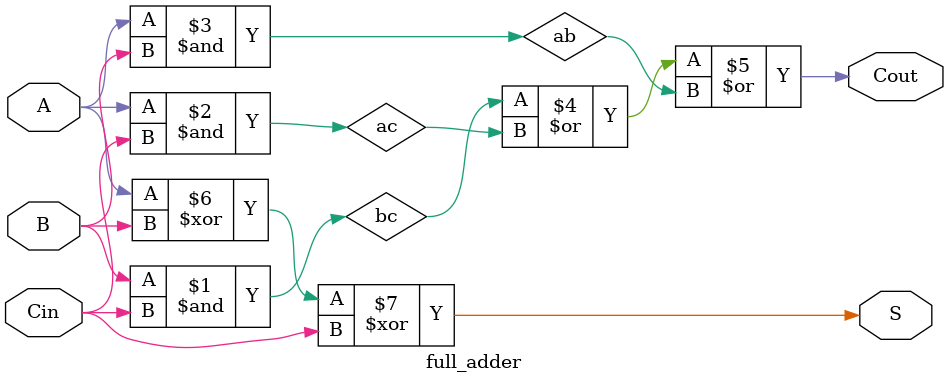
<source format=v>
`timescale 1ns / 1ps


module full_adder(
    input A, B, Cin,
    output S, Cout
);

//// Carry-Out Bit
// AND
wire bc, ac, ab;
and and0(bc, B, Cin);
and and1(ac, A, Cin);
and and2(ab, A, B);
// OR
or or0(Cout, bc, ac, ab);
//////////////////

//// Sum Bit
// OR
xor xor0(S, A, B, Cin);

endmodule

</source>
